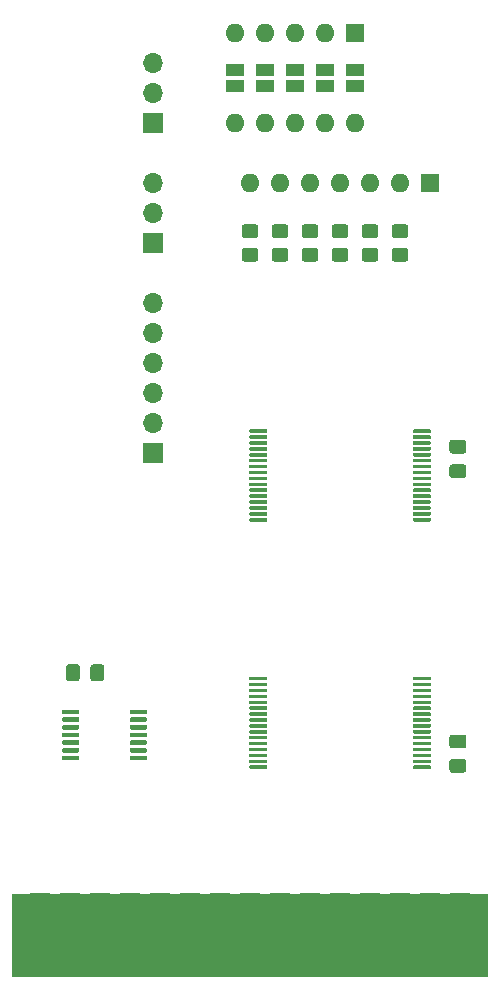
<source format=gbr>
%TF.GenerationSoftware,KiCad,Pcbnew,(5.1.10)-1*%
%TF.CreationDate,2022-11-16T00:45:25-05:00*%
%TF.ProjectId,Coleco-Card3,436f6c65-636f-42d4-9361-7264332e6b69,1*%
%TF.SameCoordinates,Original*%
%TF.FileFunction,Soldermask,Top*%
%TF.FilePolarity,Negative*%
%FSLAX46Y46*%
G04 Gerber Fmt 4.6, Leading zero omitted, Abs format (unit mm)*
G04 Created by KiCad (PCBNEW (5.1.10)-1) date 2022-11-16 00:45:25*
%MOMM*%
%LPD*%
G01*
G04 APERTURE LIST*
%ADD10C,0.100000*%
%ADD11R,1.750000X5.750000*%
%ADD12R,1.750000X7.000000*%
%ADD13R,1.700000X1.700000*%
%ADD14O,1.700000X1.700000*%
%ADD15R,1.600000X1.600000*%
%ADD16O,1.600000X1.600000*%
%ADD17R,1.500000X1.000000*%
G04 APERTURE END LIST*
D10*
%TO.C,X1*%
G36*
X78943201Y-146547701D02*
G01*
X78943201Y-153469201D01*
X119138701Y-153469201D01*
X119138701Y-146547701D01*
X78943201Y-146547701D01*
G37*
X78943201Y-146547701D02*
X78943201Y-153469201D01*
X119138701Y-153469201D01*
X119138701Y-146547701D01*
X78943201Y-146547701D01*
%TD*%
D11*
%TO.C,X1*%
X116852701Y-149341701D03*
D12*
X106692701Y-149976701D03*
X111772701Y-149976701D03*
X109232701Y-149976701D03*
X114312701Y-149976701D03*
X104152701Y-149976701D03*
X101612701Y-149976701D03*
X99072701Y-149976701D03*
X96532701Y-149976701D03*
X93992701Y-149976701D03*
X91452701Y-149976701D03*
X88912701Y-149976701D03*
X86372701Y-149976701D03*
X83832701Y-149976701D03*
X81292701Y-149976701D03*
%TD*%
D13*
%TO.C,J1*%
X90805000Y-81280000D03*
D14*
X90805000Y-78740000D03*
X90805000Y-76200000D03*
%TD*%
D13*
%TO.C,J2*%
X90805000Y-91440000D03*
D14*
X90805000Y-88900000D03*
X90805000Y-86360000D03*
%TD*%
D15*
%TO.C,RN1*%
X114300000Y-86360000D03*
D16*
X111760000Y-86360000D03*
X109220000Y-86360000D03*
X106680000Y-86360000D03*
X104140000Y-86360000D03*
X101600000Y-86360000D03*
X99060000Y-86360000D03*
%TD*%
D15*
%TO.C,SW2*%
X107950000Y-73660000D03*
D16*
X97790000Y-81280000D03*
X105410000Y-73660000D03*
X100330000Y-81280000D03*
X102870000Y-73660000D03*
X102870000Y-81280000D03*
X100330000Y-73660000D03*
X105410000Y-81280000D03*
X97790000Y-73660000D03*
X107950000Y-81280000D03*
%TD*%
%TO.C,U1*%
G36*
G01*
X100530000Y-135755000D02*
X100530000Y-135905000D01*
G75*
G02*
X100455000Y-135980000I-75000J0D01*
G01*
X99055000Y-135980000D01*
G75*
G02*
X98980000Y-135905000I0J75000D01*
G01*
X98980000Y-135755000D01*
G75*
G02*
X99055000Y-135680000I75000J0D01*
G01*
X100455000Y-135680000D01*
G75*
G02*
X100530000Y-135755000I0J-75000D01*
G01*
G37*
G36*
G01*
X100530000Y-135255000D02*
X100530000Y-135405000D01*
G75*
G02*
X100455000Y-135480000I-75000J0D01*
G01*
X99055000Y-135480000D01*
G75*
G02*
X98980000Y-135405000I0J75000D01*
G01*
X98980000Y-135255000D01*
G75*
G02*
X99055000Y-135180000I75000J0D01*
G01*
X100455000Y-135180000D01*
G75*
G02*
X100530000Y-135255000I0J-75000D01*
G01*
G37*
G36*
G01*
X100530000Y-134755000D02*
X100530000Y-134905000D01*
G75*
G02*
X100455000Y-134980000I-75000J0D01*
G01*
X99055000Y-134980000D01*
G75*
G02*
X98980000Y-134905000I0J75000D01*
G01*
X98980000Y-134755000D01*
G75*
G02*
X99055000Y-134680000I75000J0D01*
G01*
X100455000Y-134680000D01*
G75*
G02*
X100530000Y-134755000I0J-75000D01*
G01*
G37*
G36*
G01*
X100530000Y-134255000D02*
X100530000Y-134405000D01*
G75*
G02*
X100455000Y-134480000I-75000J0D01*
G01*
X99055000Y-134480000D01*
G75*
G02*
X98980000Y-134405000I0J75000D01*
G01*
X98980000Y-134255000D01*
G75*
G02*
X99055000Y-134180000I75000J0D01*
G01*
X100455000Y-134180000D01*
G75*
G02*
X100530000Y-134255000I0J-75000D01*
G01*
G37*
G36*
G01*
X100530000Y-133755000D02*
X100530000Y-133905000D01*
G75*
G02*
X100455000Y-133980000I-75000J0D01*
G01*
X99055000Y-133980000D01*
G75*
G02*
X98980000Y-133905000I0J75000D01*
G01*
X98980000Y-133755000D01*
G75*
G02*
X99055000Y-133680000I75000J0D01*
G01*
X100455000Y-133680000D01*
G75*
G02*
X100530000Y-133755000I0J-75000D01*
G01*
G37*
G36*
G01*
X100530000Y-133255000D02*
X100530000Y-133405000D01*
G75*
G02*
X100455000Y-133480000I-75000J0D01*
G01*
X99055000Y-133480000D01*
G75*
G02*
X98980000Y-133405000I0J75000D01*
G01*
X98980000Y-133255000D01*
G75*
G02*
X99055000Y-133180000I75000J0D01*
G01*
X100455000Y-133180000D01*
G75*
G02*
X100530000Y-133255000I0J-75000D01*
G01*
G37*
G36*
G01*
X100530000Y-132755000D02*
X100530000Y-132905000D01*
G75*
G02*
X100455000Y-132980000I-75000J0D01*
G01*
X99055000Y-132980000D01*
G75*
G02*
X98980000Y-132905000I0J75000D01*
G01*
X98980000Y-132755000D01*
G75*
G02*
X99055000Y-132680000I75000J0D01*
G01*
X100455000Y-132680000D01*
G75*
G02*
X100530000Y-132755000I0J-75000D01*
G01*
G37*
G36*
G01*
X100530000Y-132255000D02*
X100530000Y-132405000D01*
G75*
G02*
X100455000Y-132480000I-75000J0D01*
G01*
X99055000Y-132480000D01*
G75*
G02*
X98980000Y-132405000I0J75000D01*
G01*
X98980000Y-132255000D01*
G75*
G02*
X99055000Y-132180000I75000J0D01*
G01*
X100455000Y-132180000D01*
G75*
G02*
X100530000Y-132255000I0J-75000D01*
G01*
G37*
G36*
G01*
X100530000Y-131755000D02*
X100530000Y-131905000D01*
G75*
G02*
X100455000Y-131980000I-75000J0D01*
G01*
X99055000Y-131980000D01*
G75*
G02*
X98980000Y-131905000I0J75000D01*
G01*
X98980000Y-131755000D01*
G75*
G02*
X99055000Y-131680000I75000J0D01*
G01*
X100455000Y-131680000D01*
G75*
G02*
X100530000Y-131755000I0J-75000D01*
G01*
G37*
G36*
G01*
X100530000Y-131255000D02*
X100530000Y-131405000D01*
G75*
G02*
X100455000Y-131480000I-75000J0D01*
G01*
X99055000Y-131480000D01*
G75*
G02*
X98980000Y-131405000I0J75000D01*
G01*
X98980000Y-131255000D01*
G75*
G02*
X99055000Y-131180000I75000J0D01*
G01*
X100455000Y-131180000D01*
G75*
G02*
X100530000Y-131255000I0J-75000D01*
G01*
G37*
G36*
G01*
X100530000Y-130755000D02*
X100530000Y-130905000D01*
G75*
G02*
X100455000Y-130980000I-75000J0D01*
G01*
X99055000Y-130980000D01*
G75*
G02*
X98980000Y-130905000I0J75000D01*
G01*
X98980000Y-130755000D01*
G75*
G02*
X99055000Y-130680000I75000J0D01*
G01*
X100455000Y-130680000D01*
G75*
G02*
X100530000Y-130755000I0J-75000D01*
G01*
G37*
G36*
G01*
X100530000Y-130255000D02*
X100530000Y-130405000D01*
G75*
G02*
X100455000Y-130480000I-75000J0D01*
G01*
X99055000Y-130480000D01*
G75*
G02*
X98980000Y-130405000I0J75000D01*
G01*
X98980000Y-130255000D01*
G75*
G02*
X99055000Y-130180000I75000J0D01*
G01*
X100455000Y-130180000D01*
G75*
G02*
X100530000Y-130255000I0J-75000D01*
G01*
G37*
G36*
G01*
X100530000Y-129755000D02*
X100530000Y-129905000D01*
G75*
G02*
X100455000Y-129980000I-75000J0D01*
G01*
X99055000Y-129980000D01*
G75*
G02*
X98980000Y-129905000I0J75000D01*
G01*
X98980000Y-129755000D01*
G75*
G02*
X99055000Y-129680000I75000J0D01*
G01*
X100455000Y-129680000D01*
G75*
G02*
X100530000Y-129755000I0J-75000D01*
G01*
G37*
G36*
G01*
X100530000Y-129255000D02*
X100530000Y-129405000D01*
G75*
G02*
X100455000Y-129480000I-75000J0D01*
G01*
X99055000Y-129480000D01*
G75*
G02*
X98980000Y-129405000I0J75000D01*
G01*
X98980000Y-129255000D01*
G75*
G02*
X99055000Y-129180000I75000J0D01*
G01*
X100455000Y-129180000D01*
G75*
G02*
X100530000Y-129255000I0J-75000D01*
G01*
G37*
G36*
G01*
X100530000Y-128755000D02*
X100530000Y-128905000D01*
G75*
G02*
X100455000Y-128980000I-75000J0D01*
G01*
X99055000Y-128980000D01*
G75*
G02*
X98980000Y-128905000I0J75000D01*
G01*
X98980000Y-128755000D01*
G75*
G02*
X99055000Y-128680000I75000J0D01*
G01*
X100455000Y-128680000D01*
G75*
G02*
X100530000Y-128755000I0J-75000D01*
G01*
G37*
G36*
G01*
X100530000Y-128255000D02*
X100530000Y-128405000D01*
G75*
G02*
X100455000Y-128480000I-75000J0D01*
G01*
X99055000Y-128480000D01*
G75*
G02*
X98980000Y-128405000I0J75000D01*
G01*
X98980000Y-128255000D01*
G75*
G02*
X99055000Y-128180000I75000J0D01*
G01*
X100455000Y-128180000D01*
G75*
G02*
X100530000Y-128255000I0J-75000D01*
G01*
G37*
G36*
G01*
X114380000Y-128255000D02*
X114380000Y-128405000D01*
G75*
G02*
X114305000Y-128480000I-75000J0D01*
G01*
X112905000Y-128480000D01*
G75*
G02*
X112830000Y-128405000I0J75000D01*
G01*
X112830000Y-128255000D01*
G75*
G02*
X112905000Y-128180000I75000J0D01*
G01*
X114305000Y-128180000D01*
G75*
G02*
X114380000Y-128255000I0J-75000D01*
G01*
G37*
G36*
G01*
X114380000Y-128755000D02*
X114380000Y-128905000D01*
G75*
G02*
X114305000Y-128980000I-75000J0D01*
G01*
X112905000Y-128980000D01*
G75*
G02*
X112830000Y-128905000I0J75000D01*
G01*
X112830000Y-128755000D01*
G75*
G02*
X112905000Y-128680000I75000J0D01*
G01*
X114305000Y-128680000D01*
G75*
G02*
X114380000Y-128755000I0J-75000D01*
G01*
G37*
G36*
G01*
X114380000Y-129255000D02*
X114380000Y-129405000D01*
G75*
G02*
X114305000Y-129480000I-75000J0D01*
G01*
X112905000Y-129480000D01*
G75*
G02*
X112830000Y-129405000I0J75000D01*
G01*
X112830000Y-129255000D01*
G75*
G02*
X112905000Y-129180000I75000J0D01*
G01*
X114305000Y-129180000D01*
G75*
G02*
X114380000Y-129255000I0J-75000D01*
G01*
G37*
G36*
G01*
X114380000Y-129755000D02*
X114380000Y-129905000D01*
G75*
G02*
X114305000Y-129980000I-75000J0D01*
G01*
X112905000Y-129980000D01*
G75*
G02*
X112830000Y-129905000I0J75000D01*
G01*
X112830000Y-129755000D01*
G75*
G02*
X112905000Y-129680000I75000J0D01*
G01*
X114305000Y-129680000D01*
G75*
G02*
X114380000Y-129755000I0J-75000D01*
G01*
G37*
G36*
G01*
X114380000Y-130255000D02*
X114380000Y-130405000D01*
G75*
G02*
X114305000Y-130480000I-75000J0D01*
G01*
X112905000Y-130480000D01*
G75*
G02*
X112830000Y-130405000I0J75000D01*
G01*
X112830000Y-130255000D01*
G75*
G02*
X112905000Y-130180000I75000J0D01*
G01*
X114305000Y-130180000D01*
G75*
G02*
X114380000Y-130255000I0J-75000D01*
G01*
G37*
G36*
G01*
X114380000Y-130755000D02*
X114380000Y-130905000D01*
G75*
G02*
X114305000Y-130980000I-75000J0D01*
G01*
X112905000Y-130980000D01*
G75*
G02*
X112830000Y-130905000I0J75000D01*
G01*
X112830000Y-130755000D01*
G75*
G02*
X112905000Y-130680000I75000J0D01*
G01*
X114305000Y-130680000D01*
G75*
G02*
X114380000Y-130755000I0J-75000D01*
G01*
G37*
G36*
G01*
X114380000Y-131255000D02*
X114380000Y-131405000D01*
G75*
G02*
X114305000Y-131480000I-75000J0D01*
G01*
X112905000Y-131480000D01*
G75*
G02*
X112830000Y-131405000I0J75000D01*
G01*
X112830000Y-131255000D01*
G75*
G02*
X112905000Y-131180000I75000J0D01*
G01*
X114305000Y-131180000D01*
G75*
G02*
X114380000Y-131255000I0J-75000D01*
G01*
G37*
G36*
G01*
X114380000Y-131755000D02*
X114380000Y-131905000D01*
G75*
G02*
X114305000Y-131980000I-75000J0D01*
G01*
X112905000Y-131980000D01*
G75*
G02*
X112830000Y-131905000I0J75000D01*
G01*
X112830000Y-131755000D01*
G75*
G02*
X112905000Y-131680000I75000J0D01*
G01*
X114305000Y-131680000D01*
G75*
G02*
X114380000Y-131755000I0J-75000D01*
G01*
G37*
G36*
G01*
X114380000Y-132255000D02*
X114380000Y-132405000D01*
G75*
G02*
X114305000Y-132480000I-75000J0D01*
G01*
X112905000Y-132480000D01*
G75*
G02*
X112830000Y-132405000I0J75000D01*
G01*
X112830000Y-132255000D01*
G75*
G02*
X112905000Y-132180000I75000J0D01*
G01*
X114305000Y-132180000D01*
G75*
G02*
X114380000Y-132255000I0J-75000D01*
G01*
G37*
G36*
G01*
X114380000Y-132755000D02*
X114380000Y-132905000D01*
G75*
G02*
X114305000Y-132980000I-75000J0D01*
G01*
X112905000Y-132980000D01*
G75*
G02*
X112830000Y-132905000I0J75000D01*
G01*
X112830000Y-132755000D01*
G75*
G02*
X112905000Y-132680000I75000J0D01*
G01*
X114305000Y-132680000D01*
G75*
G02*
X114380000Y-132755000I0J-75000D01*
G01*
G37*
G36*
G01*
X114380000Y-133255000D02*
X114380000Y-133405000D01*
G75*
G02*
X114305000Y-133480000I-75000J0D01*
G01*
X112905000Y-133480000D01*
G75*
G02*
X112830000Y-133405000I0J75000D01*
G01*
X112830000Y-133255000D01*
G75*
G02*
X112905000Y-133180000I75000J0D01*
G01*
X114305000Y-133180000D01*
G75*
G02*
X114380000Y-133255000I0J-75000D01*
G01*
G37*
G36*
G01*
X114380000Y-133755000D02*
X114380000Y-133905000D01*
G75*
G02*
X114305000Y-133980000I-75000J0D01*
G01*
X112905000Y-133980000D01*
G75*
G02*
X112830000Y-133905000I0J75000D01*
G01*
X112830000Y-133755000D01*
G75*
G02*
X112905000Y-133680000I75000J0D01*
G01*
X114305000Y-133680000D01*
G75*
G02*
X114380000Y-133755000I0J-75000D01*
G01*
G37*
G36*
G01*
X114380000Y-134255000D02*
X114380000Y-134405000D01*
G75*
G02*
X114305000Y-134480000I-75000J0D01*
G01*
X112905000Y-134480000D01*
G75*
G02*
X112830000Y-134405000I0J75000D01*
G01*
X112830000Y-134255000D01*
G75*
G02*
X112905000Y-134180000I75000J0D01*
G01*
X114305000Y-134180000D01*
G75*
G02*
X114380000Y-134255000I0J-75000D01*
G01*
G37*
G36*
G01*
X114380000Y-134755000D02*
X114380000Y-134905000D01*
G75*
G02*
X114305000Y-134980000I-75000J0D01*
G01*
X112905000Y-134980000D01*
G75*
G02*
X112830000Y-134905000I0J75000D01*
G01*
X112830000Y-134755000D01*
G75*
G02*
X112905000Y-134680000I75000J0D01*
G01*
X114305000Y-134680000D01*
G75*
G02*
X114380000Y-134755000I0J-75000D01*
G01*
G37*
G36*
G01*
X114380000Y-135255000D02*
X114380000Y-135405000D01*
G75*
G02*
X114305000Y-135480000I-75000J0D01*
G01*
X112905000Y-135480000D01*
G75*
G02*
X112830000Y-135405000I0J75000D01*
G01*
X112830000Y-135255000D01*
G75*
G02*
X112905000Y-135180000I75000J0D01*
G01*
X114305000Y-135180000D01*
G75*
G02*
X114380000Y-135255000I0J-75000D01*
G01*
G37*
G36*
G01*
X114380000Y-135755000D02*
X114380000Y-135905000D01*
G75*
G02*
X114305000Y-135980000I-75000J0D01*
G01*
X112905000Y-135980000D01*
G75*
G02*
X112830000Y-135905000I0J75000D01*
G01*
X112830000Y-135755000D01*
G75*
G02*
X112905000Y-135680000I75000J0D01*
G01*
X114305000Y-135680000D01*
G75*
G02*
X114380000Y-135755000I0J-75000D01*
G01*
G37*
%TD*%
%TO.C,U2*%
G36*
G01*
X114380000Y-114800000D02*
X114380000Y-114950000D01*
G75*
G02*
X114305000Y-115025000I-75000J0D01*
G01*
X112905000Y-115025000D01*
G75*
G02*
X112830000Y-114950000I0J75000D01*
G01*
X112830000Y-114800000D01*
G75*
G02*
X112905000Y-114725000I75000J0D01*
G01*
X114305000Y-114725000D01*
G75*
G02*
X114380000Y-114800000I0J-75000D01*
G01*
G37*
G36*
G01*
X114380000Y-114300000D02*
X114380000Y-114450000D01*
G75*
G02*
X114305000Y-114525000I-75000J0D01*
G01*
X112905000Y-114525000D01*
G75*
G02*
X112830000Y-114450000I0J75000D01*
G01*
X112830000Y-114300000D01*
G75*
G02*
X112905000Y-114225000I75000J0D01*
G01*
X114305000Y-114225000D01*
G75*
G02*
X114380000Y-114300000I0J-75000D01*
G01*
G37*
G36*
G01*
X114380000Y-113800000D02*
X114380000Y-113950000D01*
G75*
G02*
X114305000Y-114025000I-75000J0D01*
G01*
X112905000Y-114025000D01*
G75*
G02*
X112830000Y-113950000I0J75000D01*
G01*
X112830000Y-113800000D01*
G75*
G02*
X112905000Y-113725000I75000J0D01*
G01*
X114305000Y-113725000D01*
G75*
G02*
X114380000Y-113800000I0J-75000D01*
G01*
G37*
G36*
G01*
X114380000Y-113300000D02*
X114380000Y-113450000D01*
G75*
G02*
X114305000Y-113525000I-75000J0D01*
G01*
X112905000Y-113525000D01*
G75*
G02*
X112830000Y-113450000I0J75000D01*
G01*
X112830000Y-113300000D01*
G75*
G02*
X112905000Y-113225000I75000J0D01*
G01*
X114305000Y-113225000D01*
G75*
G02*
X114380000Y-113300000I0J-75000D01*
G01*
G37*
G36*
G01*
X114380000Y-112800000D02*
X114380000Y-112950000D01*
G75*
G02*
X114305000Y-113025000I-75000J0D01*
G01*
X112905000Y-113025000D01*
G75*
G02*
X112830000Y-112950000I0J75000D01*
G01*
X112830000Y-112800000D01*
G75*
G02*
X112905000Y-112725000I75000J0D01*
G01*
X114305000Y-112725000D01*
G75*
G02*
X114380000Y-112800000I0J-75000D01*
G01*
G37*
G36*
G01*
X114380000Y-112300000D02*
X114380000Y-112450000D01*
G75*
G02*
X114305000Y-112525000I-75000J0D01*
G01*
X112905000Y-112525000D01*
G75*
G02*
X112830000Y-112450000I0J75000D01*
G01*
X112830000Y-112300000D01*
G75*
G02*
X112905000Y-112225000I75000J0D01*
G01*
X114305000Y-112225000D01*
G75*
G02*
X114380000Y-112300000I0J-75000D01*
G01*
G37*
G36*
G01*
X114380000Y-111800000D02*
X114380000Y-111950000D01*
G75*
G02*
X114305000Y-112025000I-75000J0D01*
G01*
X112905000Y-112025000D01*
G75*
G02*
X112830000Y-111950000I0J75000D01*
G01*
X112830000Y-111800000D01*
G75*
G02*
X112905000Y-111725000I75000J0D01*
G01*
X114305000Y-111725000D01*
G75*
G02*
X114380000Y-111800000I0J-75000D01*
G01*
G37*
G36*
G01*
X114380000Y-111300000D02*
X114380000Y-111450000D01*
G75*
G02*
X114305000Y-111525000I-75000J0D01*
G01*
X112905000Y-111525000D01*
G75*
G02*
X112830000Y-111450000I0J75000D01*
G01*
X112830000Y-111300000D01*
G75*
G02*
X112905000Y-111225000I75000J0D01*
G01*
X114305000Y-111225000D01*
G75*
G02*
X114380000Y-111300000I0J-75000D01*
G01*
G37*
G36*
G01*
X114380000Y-110800000D02*
X114380000Y-110950000D01*
G75*
G02*
X114305000Y-111025000I-75000J0D01*
G01*
X112905000Y-111025000D01*
G75*
G02*
X112830000Y-110950000I0J75000D01*
G01*
X112830000Y-110800000D01*
G75*
G02*
X112905000Y-110725000I75000J0D01*
G01*
X114305000Y-110725000D01*
G75*
G02*
X114380000Y-110800000I0J-75000D01*
G01*
G37*
G36*
G01*
X114380000Y-110300000D02*
X114380000Y-110450000D01*
G75*
G02*
X114305000Y-110525000I-75000J0D01*
G01*
X112905000Y-110525000D01*
G75*
G02*
X112830000Y-110450000I0J75000D01*
G01*
X112830000Y-110300000D01*
G75*
G02*
X112905000Y-110225000I75000J0D01*
G01*
X114305000Y-110225000D01*
G75*
G02*
X114380000Y-110300000I0J-75000D01*
G01*
G37*
G36*
G01*
X114380000Y-109800000D02*
X114380000Y-109950000D01*
G75*
G02*
X114305000Y-110025000I-75000J0D01*
G01*
X112905000Y-110025000D01*
G75*
G02*
X112830000Y-109950000I0J75000D01*
G01*
X112830000Y-109800000D01*
G75*
G02*
X112905000Y-109725000I75000J0D01*
G01*
X114305000Y-109725000D01*
G75*
G02*
X114380000Y-109800000I0J-75000D01*
G01*
G37*
G36*
G01*
X114380000Y-109300000D02*
X114380000Y-109450000D01*
G75*
G02*
X114305000Y-109525000I-75000J0D01*
G01*
X112905000Y-109525000D01*
G75*
G02*
X112830000Y-109450000I0J75000D01*
G01*
X112830000Y-109300000D01*
G75*
G02*
X112905000Y-109225000I75000J0D01*
G01*
X114305000Y-109225000D01*
G75*
G02*
X114380000Y-109300000I0J-75000D01*
G01*
G37*
G36*
G01*
X114380000Y-108800000D02*
X114380000Y-108950000D01*
G75*
G02*
X114305000Y-109025000I-75000J0D01*
G01*
X112905000Y-109025000D01*
G75*
G02*
X112830000Y-108950000I0J75000D01*
G01*
X112830000Y-108800000D01*
G75*
G02*
X112905000Y-108725000I75000J0D01*
G01*
X114305000Y-108725000D01*
G75*
G02*
X114380000Y-108800000I0J-75000D01*
G01*
G37*
G36*
G01*
X114380000Y-108300000D02*
X114380000Y-108450000D01*
G75*
G02*
X114305000Y-108525000I-75000J0D01*
G01*
X112905000Y-108525000D01*
G75*
G02*
X112830000Y-108450000I0J75000D01*
G01*
X112830000Y-108300000D01*
G75*
G02*
X112905000Y-108225000I75000J0D01*
G01*
X114305000Y-108225000D01*
G75*
G02*
X114380000Y-108300000I0J-75000D01*
G01*
G37*
G36*
G01*
X114380000Y-107800000D02*
X114380000Y-107950000D01*
G75*
G02*
X114305000Y-108025000I-75000J0D01*
G01*
X112905000Y-108025000D01*
G75*
G02*
X112830000Y-107950000I0J75000D01*
G01*
X112830000Y-107800000D01*
G75*
G02*
X112905000Y-107725000I75000J0D01*
G01*
X114305000Y-107725000D01*
G75*
G02*
X114380000Y-107800000I0J-75000D01*
G01*
G37*
G36*
G01*
X114380000Y-107300000D02*
X114380000Y-107450000D01*
G75*
G02*
X114305000Y-107525000I-75000J0D01*
G01*
X112905000Y-107525000D01*
G75*
G02*
X112830000Y-107450000I0J75000D01*
G01*
X112830000Y-107300000D01*
G75*
G02*
X112905000Y-107225000I75000J0D01*
G01*
X114305000Y-107225000D01*
G75*
G02*
X114380000Y-107300000I0J-75000D01*
G01*
G37*
G36*
G01*
X100530000Y-107300000D02*
X100530000Y-107450000D01*
G75*
G02*
X100455000Y-107525000I-75000J0D01*
G01*
X99055000Y-107525000D01*
G75*
G02*
X98980000Y-107450000I0J75000D01*
G01*
X98980000Y-107300000D01*
G75*
G02*
X99055000Y-107225000I75000J0D01*
G01*
X100455000Y-107225000D01*
G75*
G02*
X100530000Y-107300000I0J-75000D01*
G01*
G37*
G36*
G01*
X100530000Y-107800000D02*
X100530000Y-107950000D01*
G75*
G02*
X100455000Y-108025000I-75000J0D01*
G01*
X99055000Y-108025000D01*
G75*
G02*
X98980000Y-107950000I0J75000D01*
G01*
X98980000Y-107800000D01*
G75*
G02*
X99055000Y-107725000I75000J0D01*
G01*
X100455000Y-107725000D01*
G75*
G02*
X100530000Y-107800000I0J-75000D01*
G01*
G37*
G36*
G01*
X100530000Y-108300000D02*
X100530000Y-108450000D01*
G75*
G02*
X100455000Y-108525000I-75000J0D01*
G01*
X99055000Y-108525000D01*
G75*
G02*
X98980000Y-108450000I0J75000D01*
G01*
X98980000Y-108300000D01*
G75*
G02*
X99055000Y-108225000I75000J0D01*
G01*
X100455000Y-108225000D01*
G75*
G02*
X100530000Y-108300000I0J-75000D01*
G01*
G37*
G36*
G01*
X100530000Y-108800000D02*
X100530000Y-108950000D01*
G75*
G02*
X100455000Y-109025000I-75000J0D01*
G01*
X99055000Y-109025000D01*
G75*
G02*
X98980000Y-108950000I0J75000D01*
G01*
X98980000Y-108800000D01*
G75*
G02*
X99055000Y-108725000I75000J0D01*
G01*
X100455000Y-108725000D01*
G75*
G02*
X100530000Y-108800000I0J-75000D01*
G01*
G37*
G36*
G01*
X100530000Y-109300000D02*
X100530000Y-109450000D01*
G75*
G02*
X100455000Y-109525000I-75000J0D01*
G01*
X99055000Y-109525000D01*
G75*
G02*
X98980000Y-109450000I0J75000D01*
G01*
X98980000Y-109300000D01*
G75*
G02*
X99055000Y-109225000I75000J0D01*
G01*
X100455000Y-109225000D01*
G75*
G02*
X100530000Y-109300000I0J-75000D01*
G01*
G37*
G36*
G01*
X100530000Y-109800000D02*
X100530000Y-109950000D01*
G75*
G02*
X100455000Y-110025000I-75000J0D01*
G01*
X99055000Y-110025000D01*
G75*
G02*
X98980000Y-109950000I0J75000D01*
G01*
X98980000Y-109800000D01*
G75*
G02*
X99055000Y-109725000I75000J0D01*
G01*
X100455000Y-109725000D01*
G75*
G02*
X100530000Y-109800000I0J-75000D01*
G01*
G37*
G36*
G01*
X100530000Y-110300000D02*
X100530000Y-110450000D01*
G75*
G02*
X100455000Y-110525000I-75000J0D01*
G01*
X99055000Y-110525000D01*
G75*
G02*
X98980000Y-110450000I0J75000D01*
G01*
X98980000Y-110300000D01*
G75*
G02*
X99055000Y-110225000I75000J0D01*
G01*
X100455000Y-110225000D01*
G75*
G02*
X100530000Y-110300000I0J-75000D01*
G01*
G37*
G36*
G01*
X100530000Y-110800000D02*
X100530000Y-110950000D01*
G75*
G02*
X100455000Y-111025000I-75000J0D01*
G01*
X99055000Y-111025000D01*
G75*
G02*
X98980000Y-110950000I0J75000D01*
G01*
X98980000Y-110800000D01*
G75*
G02*
X99055000Y-110725000I75000J0D01*
G01*
X100455000Y-110725000D01*
G75*
G02*
X100530000Y-110800000I0J-75000D01*
G01*
G37*
G36*
G01*
X100530000Y-111300000D02*
X100530000Y-111450000D01*
G75*
G02*
X100455000Y-111525000I-75000J0D01*
G01*
X99055000Y-111525000D01*
G75*
G02*
X98980000Y-111450000I0J75000D01*
G01*
X98980000Y-111300000D01*
G75*
G02*
X99055000Y-111225000I75000J0D01*
G01*
X100455000Y-111225000D01*
G75*
G02*
X100530000Y-111300000I0J-75000D01*
G01*
G37*
G36*
G01*
X100530000Y-111800000D02*
X100530000Y-111950000D01*
G75*
G02*
X100455000Y-112025000I-75000J0D01*
G01*
X99055000Y-112025000D01*
G75*
G02*
X98980000Y-111950000I0J75000D01*
G01*
X98980000Y-111800000D01*
G75*
G02*
X99055000Y-111725000I75000J0D01*
G01*
X100455000Y-111725000D01*
G75*
G02*
X100530000Y-111800000I0J-75000D01*
G01*
G37*
G36*
G01*
X100530000Y-112300000D02*
X100530000Y-112450000D01*
G75*
G02*
X100455000Y-112525000I-75000J0D01*
G01*
X99055000Y-112525000D01*
G75*
G02*
X98980000Y-112450000I0J75000D01*
G01*
X98980000Y-112300000D01*
G75*
G02*
X99055000Y-112225000I75000J0D01*
G01*
X100455000Y-112225000D01*
G75*
G02*
X100530000Y-112300000I0J-75000D01*
G01*
G37*
G36*
G01*
X100530000Y-112800000D02*
X100530000Y-112950000D01*
G75*
G02*
X100455000Y-113025000I-75000J0D01*
G01*
X99055000Y-113025000D01*
G75*
G02*
X98980000Y-112950000I0J75000D01*
G01*
X98980000Y-112800000D01*
G75*
G02*
X99055000Y-112725000I75000J0D01*
G01*
X100455000Y-112725000D01*
G75*
G02*
X100530000Y-112800000I0J-75000D01*
G01*
G37*
G36*
G01*
X100530000Y-113300000D02*
X100530000Y-113450000D01*
G75*
G02*
X100455000Y-113525000I-75000J0D01*
G01*
X99055000Y-113525000D01*
G75*
G02*
X98980000Y-113450000I0J75000D01*
G01*
X98980000Y-113300000D01*
G75*
G02*
X99055000Y-113225000I75000J0D01*
G01*
X100455000Y-113225000D01*
G75*
G02*
X100530000Y-113300000I0J-75000D01*
G01*
G37*
G36*
G01*
X100530000Y-113800000D02*
X100530000Y-113950000D01*
G75*
G02*
X100455000Y-114025000I-75000J0D01*
G01*
X99055000Y-114025000D01*
G75*
G02*
X98980000Y-113950000I0J75000D01*
G01*
X98980000Y-113800000D01*
G75*
G02*
X99055000Y-113725000I75000J0D01*
G01*
X100455000Y-113725000D01*
G75*
G02*
X100530000Y-113800000I0J-75000D01*
G01*
G37*
G36*
G01*
X100530000Y-114300000D02*
X100530000Y-114450000D01*
G75*
G02*
X100455000Y-114525000I-75000J0D01*
G01*
X99055000Y-114525000D01*
G75*
G02*
X98980000Y-114450000I0J75000D01*
G01*
X98980000Y-114300000D01*
G75*
G02*
X99055000Y-114225000I75000J0D01*
G01*
X100455000Y-114225000D01*
G75*
G02*
X100530000Y-114300000I0J-75000D01*
G01*
G37*
G36*
G01*
X100530000Y-114800000D02*
X100530000Y-114950000D01*
G75*
G02*
X100455000Y-115025000I-75000J0D01*
G01*
X99055000Y-115025000D01*
G75*
G02*
X98980000Y-114950000I0J75000D01*
G01*
X98980000Y-114800000D01*
G75*
G02*
X99055000Y-114725000I75000J0D01*
G01*
X100455000Y-114725000D01*
G75*
G02*
X100530000Y-114800000I0J-75000D01*
G01*
G37*
%TD*%
%TO.C,U7*%
G36*
G01*
X83141000Y-131246000D02*
X83141000Y-131046000D01*
G75*
G02*
X83241000Y-130946000I100000J0D01*
G01*
X84516000Y-130946000D01*
G75*
G02*
X84616000Y-131046000I0J-100000D01*
G01*
X84616000Y-131246000D01*
G75*
G02*
X84516000Y-131346000I-100000J0D01*
G01*
X83241000Y-131346000D01*
G75*
G02*
X83141000Y-131246000I0J100000D01*
G01*
G37*
G36*
G01*
X83141000Y-131896000D02*
X83141000Y-131696000D01*
G75*
G02*
X83241000Y-131596000I100000J0D01*
G01*
X84516000Y-131596000D01*
G75*
G02*
X84616000Y-131696000I0J-100000D01*
G01*
X84616000Y-131896000D01*
G75*
G02*
X84516000Y-131996000I-100000J0D01*
G01*
X83241000Y-131996000D01*
G75*
G02*
X83141000Y-131896000I0J100000D01*
G01*
G37*
G36*
G01*
X83141000Y-132546000D02*
X83141000Y-132346000D01*
G75*
G02*
X83241000Y-132246000I100000J0D01*
G01*
X84516000Y-132246000D01*
G75*
G02*
X84616000Y-132346000I0J-100000D01*
G01*
X84616000Y-132546000D01*
G75*
G02*
X84516000Y-132646000I-100000J0D01*
G01*
X83241000Y-132646000D01*
G75*
G02*
X83141000Y-132546000I0J100000D01*
G01*
G37*
G36*
G01*
X83141000Y-133196000D02*
X83141000Y-132996000D01*
G75*
G02*
X83241000Y-132896000I100000J0D01*
G01*
X84516000Y-132896000D01*
G75*
G02*
X84616000Y-132996000I0J-100000D01*
G01*
X84616000Y-133196000D01*
G75*
G02*
X84516000Y-133296000I-100000J0D01*
G01*
X83241000Y-133296000D01*
G75*
G02*
X83141000Y-133196000I0J100000D01*
G01*
G37*
G36*
G01*
X83141000Y-133846000D02*
X83141000Y-133646000D01*
G75*
G02*
X83241000Y-133546000I100000J0D01*
G01*
X84516000Y-133546000D01*
G75*
G02*
X84616000Y-133646000I0J-100000D01*
G01*
X84616000Y-133846000D01*
G75*
G02*
X84516000Y-133946000I-100000J0D01*
G01*
X83241000Y-133946000D01*
G75*
G02*
X83141000Y-133846000I0J100000D01*
G01*
G37*
G36*
G01*
X83141000Y-134496000D02*
X83141000Y-134296000D01*
G75*
G02*
X83241000Y-134196000I100000J0D01*
G01*
X84516000Y-134196000D01*
G75*
G02*
X84616000Y-134296000I0J-100000D01*
G01*
X84616000Y-134496000D01*
G75*
G02*
X84516000Y-134596000I-100000J0D01*
G01*
X83241000Y-134596000D01*
G75*
G02*
X83141000Y-134496000I0J100000D01*
G01*
G37*
G36*
G01*
X83141000Y-135146000D02*
X83141000Y-134946000D01*
G75*
G02*
X83241000Y-134846000I100000J0D01*
G01*
X84516000Y-134846000D01*
G75*
G02*
X84616000Y-134946000I0J-100000D01*
G01*
X84616000Y-135146000D01*
G75*
G02*
X84516000Y-135246000I-100000J0D01*
G01*
X83241000Y-135246000D01*
G75*
G02*
X83141000Y-135146000I0J100000D01*
G01*
G37*
G36*
G01*
X88866000Y-135146000D02*
X88866000Y-134946000D01*
G75*
G02*
X88966000Y-134846000I100000J0D01*
G01*
X90241000Y-134846000D01*
G75*
G02*
X90341000Y-134946000I0J-100000D01*
G01*
X90341000Y-135146000D01*
G75*
G02*
X90241000Y-135246000I-100000J0D01*
G01*
X88966000Y-135246000D01*
G75*
G02*
X88866000Y-135146000I0J100000D01*
G01*
G37*
G36*
G01*
X88866000Y-134496000D02*
X88866000Y-134296000D01*
G75*
G02*
X88966000Y-134196000I100000J0D01*
G01*
X90241000Y-134196000D01*
G75*
G02*
X90341000Y-134296000I0J-100000D01*
G01*
X90341000Y-134496000D01*
G75*
G02*
X90241000Y-134596000I-100000J0D01*
G01*
X88966000Y-134596000D01*
G75*
G02*
X88866000Y-134496000I0J100000D01*
G01*
G37*
G36*
G01*
X88866000Y-133846000D02*
X88866000Y-133646000D01*
G75*
G02*
X88966000Y-133546000I100000J0D01*
G01*
X90241000Y-133546000D01*
G75*
G02*
X90341000Y-133646000I0J-100000D01*
G01*
X90341000Y-133846000D01*
G75*
G02*
X90241000Y-133946000I-100000J0D01*
G01*
X88966000Y-133946000D01*
G75*
G02*
X88866000Y-133846000I0J100000D01*
G01*
G37*
G36*
G01*
X88866000Y-133196000D02*
X88866000Y-132996000D01*
G75*
G02*
X88966000Y-132896000I100000J0D01*
G01*
X90241000Y-132896000D01*
G75*
G02*
X90341000Y-132996000I0J-100000D01*
G01*
X90341000Y-133196000D01*
G75*
G02*
X90241000Y-133296000I-100000J0D01*
G01*
X88966000Y-133296000D01*
G75*
G02*
X88866000Y-133196000I0J100000D01*
G01*
G37*
G36*
G01*
X88866000Y-132546000D02*
X88866000Y-132346000D01*
G75*
G02*
X88966000Y-132246000I100000J0D01*
G01*
X90241000Y-132246000D01*
G75*
G02*
X90341000Y-132346000I0J-100000D01*
G01*
X90341000Y-132546000D01*
G75*
G02*
X90241000Y-132646000I-100000J0D01*
G01*
X88966000Y-132646000D01*
G75*
G02*
X88866000Y-132546000I0J100000D01*
G01*
G37*
G36*
G01*
X88866000Y-131896000D02*
X88866000Y-131696000D01*
G75*
G02*
X88966000Y-131596000I100000J0D01*
G01*
X90241000Y-131596000D01*
G75*
G02*
X90341000Y-131696000I0J-100000D01*
G01*
X90341000Y-131896000D01*
G75*
G02*
X90241000Y-131996000I-100000J0D01*
G01*
X88966000Y-131996000D01*
G75*
G02*
X88866000Y-131896000I0J100000D01*
G01*
G37*
G36*
G01*
X88866000Y-131246000D02*
X88866000Y-131046000D01*
G75*
G02*
X88966000Y-130946000I100000J0D01*
G01*
X90241000Y-130946000D01*
G75*
G02*
X90341000Y-131046000I0J-100000D01*
G01*
X90341000Y-131246000D01*
G75*
G02*
X90241000Y-131346000I-100000J0D01*
G01*
X88966000Y-131346000D01*
G75*
G02*
X88866000Y-131246000I0J100000D01*
G01*
G37*
%TD*%
D13*
%TO.C,J5*%
X90805000Y-109220000D03*
D14*
X90805000Y-106680000D03*
X90805000Y-104140000D03*
X90805000Y-101600000D03*
X90805000Y-99060000D03*
X90805000Y-96520000D03*
%TD*%
%TO.C,C1*%
G36*
G01*
X116174500Y-133058500D02*
X117124500Y-133058500D01*
G75*
G02*
X117374500Y-133308500I0J-250000D01*
G01*
X117374500Y-133983500D01*
G75*
G02*
X117124500Y-134233500I-250000J0D01*
G01*
X116174500Y-134233500D01*
G75*
G02*
X115924500Y-133983500I0J250000D01*
G01*
X115924500Y-133308500D01*
G75*
G02*
X116174500Y-133058500I250000J0D01*
G01*
G37*
G36*
G01*
X116174500Y-135133500D02*
X117124500Y-135133500D01*
G75*
G02*
X117374500Y-135383500I0J-250000D01*
G01*
X117374500Y-136058500D01*
G75*
G02*
X117124500Y-136308500I-250000J0D01*
G01*
X116174500Y-136308500D01*
G75*
G02*
X115924500Y-136058500I0J250000D01*
G01*
X115924500Y-135383500D01*
G75*
G02*
X116174500Y-135133500I250000J0D01*
G01*
G37*
%TD*%
%TO.C,C2*%
G36*
G01*
X117124500Y-109278000D02*
X116174500Y-109278000D01*
G75*
G02*
X115924500Y-109028000I0J250000D01*
G01*
X115924500Y-108353000D01*
G75*
G02*
X116174500Y-108103000I250000J0D01*
G01*
X117124500Y-108103000D01*
G75*
G02*
X117374500Y-108353000I0J-250000D01*
G01*
X117374500Y-109028000D01*
G75*
G02*
X117124500Y-109278000I-250000J0D01*
G01*
G37*
G36*
G01*
X117124500Y-111353000D02*
X116174500Y-111353000D01*
G75*
G02*
X115924500Y-111103000I0J250000D01*
G01*
X115924500Y-110428000D01*
G75*
G02*
X116174500Y-110178000I250000J0D01*
G01*
X117124500Y-110178000D01*
G75*
G02*
X117374500Y-110428000I0J-250000D01*
G01*
X117374500Y-111103000D01*
G75*
G02*
X117124500Y-111353000I-250000J0D01*
G01*
G37*
%TD*%
%TO.C,C3*%
G36*
G01*
X86715000Y-127350500D02*
X86715000Y-128300500D01*
G75*
G02*
X86465000Y-128550500I-250000J0D01*
G01*
X85790000Y-128550500D01*
G75*
G02*
X85540000Y-128300500I0J250000D01*
G01*
X85540000Y-127350500D01*
G75*
G02*
X85790000Y-127100500I250000J0D01*
G01*
X86465000Y-127100500D01*
G75*
G02*
X86715000Y-127350500I0J-250000D01*
G01*
G37*
G36*
G01*
X84640000Y-127350500D02*
X84640000Y-128300500D01*
G75*
G02*
X84390000Y-128550500I-250000J0D01*
G01*
X83715000Y-128550500D01*
G75*
G02*
X83465000Y-128300500I0J250000D01*
G01*
X83465000Y-127350500D01*
G75*
G02*
X83715000Y-127100500I250000J0D01*
G01*
X84390000Y-127100500D01*
G75*
G02*
X84640000Y-127350500I0J-250000D01*
G01*
G37*
%TD*%
%TO.C,R1*%
G36*
G01*
X112210001Y-91040000D02*
X111309999Y-91040000D01*
G75*
G02*
X111060000Y-90790001I0J249999D01*
G01*
X111060000Y-90089999D01*
G75*
G02*
X111309999Y-89840000I249999J0D01*
G01*
X112210001Y-89840000D01*
G75*
G02*
X112460000Y-90089999I0J-249999D01*
G01*
X112460000Y-90790001D01*
G75*
G02*
X112210001Y-91040000I-249999J0D01*
G01*
G37*
G36*
G01*
X112210001Y-93040000D02*
X111309999Y-93040000D01*
G75*
G02*
X111060000Y-92790001I0J249999D01*
G01*
X111060000Y-92089999D01*
G75*
G02*
X111309999Y-91840000I249999J0D01*
G01*
X112210001Y-91840000D01*
G75*
G02*
X112460000Y-92089999I0J-249999D01*
G01*
X112460000Y-92790001D01*
G75*
G02*
X112210001Y-93040000I-249999J0D01*
G01*
G37*
%TD*%
%TO.C,R2*%
G36*
G01*
X109670001Y-93040000D02*
X108769999Y-93040000D01*
G75*
G02*
X108520000Y-92790001I0J249999D01*
G01*
X108520000Y-92089999D01*
G75*
G02*
X108769999Y-91840000I249999J0D01*
G01*
X109670001Y-91840000D01*
G75*
G02*
X109920000Y-92089999I0J-249999D01*
G01*
X109920000Y-92790001D01*
G75*
G02*
X109670001Y-93040000I-249999J0D01*
G01*
G37*
G36*
G01*
X109670001Y-91040000D02*
X108769999Y-91040000D01*
G75*
G02*
X108520000Y-90790001I0J249999D01*
G01*
X108520000Y-90089999D01*
G75*
G02*
X108769999Y-89840000I249999J0D01*
G01*
X109670001Y-89840000D01*
G75*
G02*
X109920000Y-90089999I0J-249999D01*
G01*
X109920000Y-90790001D01*
G75*
G02*
X109670001Y-91040000I-249999J0D01*
G01*
G37*
%TD*%
%TO.C,R3*%
G36*
G01*
X107130001Y-91040000D02*
X106229999Y-91040000D01*
G75*
G02*
X105980000Y-90790001I0J249999D01*
G01*
X105980000Y-90089999D01*
G75*
G02*
X106229999Y-89840000I249999J0D01*
G01*
X107130001Y-89840000D01*
G75*
G02*
X107380000Y-90089999I0J-249999D01*
G01*
X107380000Y-90790001D01*
G75*
G02*
X107130001Y-91040000I-249999J0D01*
G01*
G37*
G36*
G01*
X107130001Y-93040000D02*
X106229999Y-93040000D01*
G75*
G02*
X105980000Y-92790001I0J249999D01*
G01*
X105980000Y-92089999D01*
G75*
G02*
X106229999Y-91840000I249999J0D01*
G01*
X107130001Y-91840000D01*
G75*
G02*
X107380000Y-92089999I0J-249999D01*
G01*
X107380000Y-92790001D01*
G75*
G02*
X107130001Y-93040000I-249999J0D01*
G01*
G37*
%TD*%
%TO.C,R4*%
G36*
G01*
X104590001Y-93040000D02*
X103689999Y-93040000D01*
G75*
G02*
X103440000Y-92790001I0J249999D01*
G01*
X103440000Y-92089999D01*
G75*
G02*
X103689999Y-91840000I249999J0D01*
G01*
X104590001Y-91840000D01*
G75*
G02*
X104840000Y-92089999I0J-249999D01*
G01*
X104840000Y-92790001D01*
G75*
G02*
X104590001Y-93040000I-249999J0D01*
G01*
G37*
G36*
G01*
X104590001Y-91040000D02*
X103689999Y-91040000D01*
G75*
G02*
X103440000Y-90790001I0J249999D01*
G01*
X103440000Y-90089999D01*
G75*
G02*
X103689999Y-89840000I249999J0D01*
G01*
X104590001Y-89840000D01*
G75*
G02*
X104840000Y-90089999I0J-249999D01*
G01*
X104840000Y-90790001D01*
G75*
G02*
X104590001Y-91040000I-249999J0D01*
G01*
G37*
%TD*%
%TO.C,R5*%
G36*
G01*
X102050001Y-91040000D02*
X101149999Y-91040000D01*
G75*
G02*
X100900000Y-90790001I0J249999D01*
G01*
X100900000Y-90089999D01*
G75*
G02*
X101149999Y-89840000I249999J0D01*
G01*
X102050001Y-89840000D01*
G75*
G02*
X102300000Y-90089999I0J-249999D01*
G01*
X102300000Y-90790001D01*
G75*
G02*
X102050001Y-91040000I-249999J0D01*
G01*
G37*
G36*
G01*
X102050001Y-93040000D02*
X101149999Y-93040000D01*
G75*
G02*
X100900000Y-92790001I0J249999D01*
G01*
X100900000Y-92089999D01*
G75*
G02*
X101149999Y-91840000I249999J0D01*
G01*
X102050001Y-91840000D01*
G75*
G02*
X102300000Y-92089999I0J-249999D01*
G01*
X102300000Y-92790001D01*
G75*
G02*
X102050001Y-93040000I-249999J0D01*
G01*
G37*
%TD*%
%TO.C,R6*%
G36*
G01*
X99510001Y-93040000D02*
X98609999Y-93040000D01*
G75*
G02*
X98360000Y-92790001I0J249999D01*
G01*
X98360000Y-92089999D01*
G75*
G02*
X98609999Y-91840000I249999J0D01*
G01*
X99510001Y-91840000D01*
G75*
G02*
X99760000Y-92089999I0J-249999D01*
G01*
X99760000Y-92790001D01*
G75*
G02*
X99510001Y-93040000I-249999J0D01*
G01*
G37*
G36*
G01*
X99510001Y-91040000D02*
X98609999Y-91040000D01*
G75*
G02*
X98360000Y-90790001I0J249999D01*
G01*
X98360000Y-90089999D01*
G75*
G02*
X98609999Y-89840000I249999J0D01*
G01*
X99510001Y-89840000D01*
G75*
G02*
X99760000Y-90089999I0J-249999D01*
G01*
X99760000Y-90790001D01*
G75*
G02*
X99510001Y-91040000I-249999J0D01*
G01*
G37*
%TD*%
D17*
%TO.C,JP3*%
X107950000Y-76820000D03*
X107950000Y-78120000D03*
%TD*%
%TO.C,JP4*%
X105410000Y-78120000D03*
X105410000Y-76820000D03*
%TD*%
%TO.C,JP5*%
X102870000Y-76820000D03*
X102870000Y-78120000D03*
%TD*%
%TO.C,JP9*%
X100330000Y-78120000D03*
X100330000Y-76820000D03*
%TD*%
%TO.C,JP10*%
X97790000Y-76820000D03*
X97790000Y-78120000D03*
%TD*%
M02*

</source>
